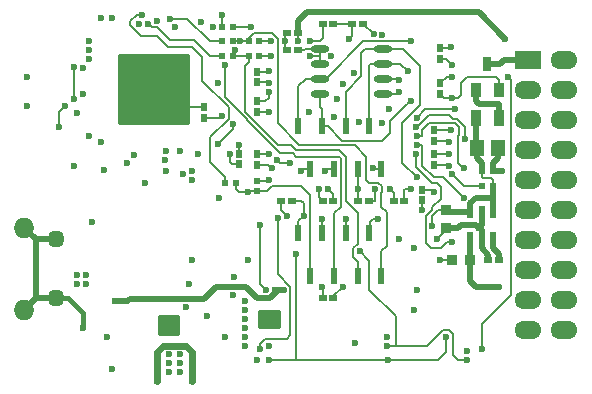
<source format=gbl>
G04 #@! TF.FileFunction,Copper,L4,Bot,Signal*
%FSLAX46Y46*%
G04 Gerber Fmt 4.6, Leading zero omitted, Abs format (unit mm)*
G04 Created by KiCad (PCBNEW (after 2015-mar-04 BZR unknown)-product) date Thu 09 Apr 2015 03:29:38 PM EDT*
%MOMM*%
G01*
G04 APERTURE LIST*
%ADD10C,0.100000*%
%ADD11C,0.800000*%
%ADD12R,2.286000X1.524000*%
%ADD13O,2.286000X1.524000*%
%ADD14O,1.750000X1.750000*%
%ADD15O,1.450000X1.450000*%
%ADD16R,0.600000X0.650000*%
%ADD17R,0.600000X0.600000*%
%ADD18R,0.650000X0.600000*%
%ADD19R,1.150000X1.450000*%
%ADD20R,0.900000X1.300000*%
%ADD21R,0.800000X1.300000*%
%ADD22O,1.550000X0.600000*%
%ADD23R,0.950000X1.450000*%
%ADD24R,0.600000X1.450000*%
%ADD25R,0.950000X0.900000*%
%ADD26R,0.600000X1.100000*%
%ADD27R,0.900000X0.950000*%
%ADD28C,0.600000*%
%ADD29C,0.250000*%
%ADD30C,0.500000*%
%ADD31C,0.200000*%
%ADD32C,0.600000*%
%ADD33C,0.400000*%
%ADD34C,0.254000*%
G04 APERTURE END LIST*
D10*
D11*
X110750000Y-96500000D03*
X110750000Y-93500000D03*
X113750000Y-93500000D03*
X113750000Y-96500000D03*
D12*
X143976000Y-92570000D03*
D13*
X143976000Y-95110000D03*
X143976000Y-97650000D03*
X143976000Y-100190000D03*
X143976000Y-102730000D03*
X143976000Y-105270000D03*
X143976000Y-107810000D03*
X143976000Y-110350000D03*
X143976000Y-112890000D03*
X143976000Y-115430000D03*
X147024000Y-92570000D03*
X147024000Y-95110000D03*
X147024000Y-97650000D03*
X147024000Y-100190000D03*
X147024000Y-102730000D03*
X147024000Y-105270000D03*
X147024000Y-107810000D03*
X147024000Y-110350000D03*
X147024000Y-112890000D03*
X147024000Y-115430000D03*
D14*
X101300000Y-106750000D03*
X101300000Y-113750000D03*
D15*
X104000000Y-107750000D03*
X104000000Y-112750000D03*
D16*
X116500000Y-97450000D03*
X116500000Y-96550000D03*
D17*
X140050000Y-103250000D03*
X140950000Y-103250000D03*
D16*
X136500000Y-92450000D03*
X136500000Y-91550000D03*
D18*
X124450000Y-91750000D03*
X123550000Y-91750000D03*
D16*
X135000000Y-103550000D03*
X135000000Y-104450000D03*
X121000000Y-96050000D03*
X121000000Y-96950000D03*
X121000000Y-94450000D03*
X121000000Y-93550000D03*
D18*
X126550000Y-104500000D03*
X127450000Y-104500000D03*
D16*
X121000000Y-100550000D03*
X121000000Y-101450000D03*
D18*
X123950000Y-104500000D03*
X123050000Y-104500000D03*
D16*
X136000000Y-100550000D03*
X136000000Y-101450000D03*
D18*
X132550000Y-104500000D03*
X133450000Y-104500000D03*
D19*
X139600000Y-100000000D03*
X141400000Y-100000000D03*
D20*
X141450000Y-95100000D03*
X139550000Y-95100000D03*
D21*
X140500000Y-92900000D03*
D17*
X121200000Y-92250000D03*
X120300000Y-92250000D03*
X121000000Y-102800000D03*
X121000000Y-103700000D03*
D22*
X131700000Y-91595000D03*
X131700000Y-92865000D03*
X131700000Y-94135000D03*
X131700000Y-95405000D03*
X126300000Y-95405000D03*
X126300000Y-94135000D03*
X126300000Y-92865000D03*
X126300000Y-91595000D03*
D17*
X140050000Y-102000000D03*
X140950000Y-102000000D03*
D23*
X141500000Y-97500000D03*
X139500000Y-97500000D03*
D17*
X118950000Y-91000000D03*
X118050000Y-91000000D03*
X119200000Y-103000000D03*
X118300000Y-103000000D03*
X118950000Y-89750000D03*
X118050000Y-89750000D03*
X118950000Y-92250000D03*
X118050000Y-92250000D03*
X120300000Y-91000000D03*
X121200000Y-91000000D03*
D24*
X124500000Y-107175000D03*
X125500000Y-110825000D03*
X126500000Y-107175000D03*
X127500000Y-110825000D03*
X128500000Y-107175000D03*
X129500000Y-110825000D03*
X130500000Y-107175000D03*
X131500000Y-110825000D03*
X124500000Y-98175000D03*
X125500000Y-101825000D03*
X126500000Y-98175000D03*
X127500000Y-101825000D03*
X128500000Y-98175000D03*
X129500000Y-101825000D03*
X130500000Y-98175000D03*
X131500000Y-101825000D03*
D16*
X136000000Y-99400000D03*
X136000000Y-98500000D03*
D18*
X129950000Y-89500000D03*
X129050000Y-89500000D03*
D16*
X119500000Y-100500000D03*
X119500000Y-101400000D03*
D18*
X130450000Y-104500000D03*
X129550000Y-104500000D03*
D16*
X136500000Y-94550000D03*
X136500000Y-95450000D03*
D18*
X126550000Y-89500000D03*
X127450000Y-89500000D03*
X124450000Y-90250000D03*
X123550000Y-90250000D03*
D25*
X137000000Y-105250000D03*
X137000000Y-106750000D03*
D18*
X141450000Y-109500000D03*
X140550000Y-109500000D03*
D26*
X139050000Y-105400000D03*
X140950000Y-105400000D03*
X140000000Y-105400000D03*
X140950000Y-107600000D03*
X139050000Y-107600000D03*
D27*
X139000000Y-109500000D03*
X137500000Y-109500000D03*
D18*
X127450000Y-112750000D03*
X126550000Y-112750000D03*
D28*
X122510003Y-112020019D03*
X123250000Y-112020019D03*
X110000000Y-113000000D03*
X109000000Y-113000000D03*
X117689990Y-94500000D03*
X127800000Y-95900000D03*
X125400000Y-97000000D03*
X131600000Y-97900000D03*
X129200000Y-93700000D03*
X126750000Y-102000000D03*
X127500000Y-97400000D03*
X128300000Y-94600000D03*
X132200000Y-96700000D03*
X129600000Y-97800000D03*
X122600000Y-114900000D03*
X122600000Y-114100000D03*
X121400000Y-114900000D03*
X121400000Y-114100000D03*
X114000000Y-115500000D03*
X113000000Y-115500000D03*
X114000000Y-114500000D03*
X113000000Y-114500000D03*
X120250000Y-109500002D03*
X131250000Y-106000000D03*
X134000000Y-103500000D03*
X135000000Y-105250000D03*
X137250000Y-101500000D03*
X128810020Y-90750000D03*
X127287506Y-92250000D03*
X123379989Y-91000000D03*
X122189990Y-91000000D03*
X122010010Y-93500000D03*
X122010010Y-97000000D03*
X118739998Y-100500000D03*
X137500000Y-95750000D03*
X127000000Y-103500000D03*
X129500000Y-103489990D03*
X137410010Y-91500000D03*
X123500000Y-105750000D03*
X126500000Y-106000000D03*
X128500000Y-106000000D03*
X137410026Y-98500000D03*
X116250000Y-89310010D03*
X107750000Y-99500000D03*
X110560010Y-100570233D03*
X114500000Y-96500000D03*
X115250000Y-111500000D03*
X108250000Y-116000010D03*
X108750000Y-118750000D03*
X115500000Y-109500000D03*
X105750000Y-111500000D03*
X105750000Y-110750000D03*
X106500000Y-111500000D03*
X106500000Y-110750000D03*
X108000000Y-101900000D03*
X116750000Y-114250000D03*
X115000000Y-113500000D03*
X107000000Y-106250000D03*
X106228782Y-95479231D03*
X105734764Y-97022280D03*
X105500000Y-101500000D03*
X108750000Y-89000000D03*
X106750000Y-92510005D03*
X101500000Y-94000000D03*
X101500000Y-96500000D03*
X132000000Y-115989997D03*
X133000000Y-107750000D03*
X136250000Y-107750000D03*
X136500000Y-109500000D03*
X134250000Y-113750000D03*
X134500000Y-112000000D03*
X117750000Y-104250000D03*
X133000000Y-95250000D03*
X111500000Y-103000000D03*
X122000000Y-116750000D03*
X120000000Y-113000000D03*
X120000000Y-113750000D03*
X120000000Y-114500000D03*
X120000000Y-115250000D03*
X120000000Y-116000000D03*
X120000000Y-116750000D03*
X121000000Y-118000000D03*
X139750000Y-106750000D03*
X141750000Y-102000000D03*
X129250000Y-116500000D03*
X126500000Y-111750000D03*
X122250000Y-101750000D03*
X138750000Y-117239997D03*
X130810020Y-101750000D03*
X114499111Y-100250444D03*
X113250132Y-100240065D03*
X116000000Y-100500000D03*
X113250000Y-102000000D03*
X114747947Y-102252053D03*
X115500000Y-102760003D03*
X137250000Y-100500000D03*
X132250000Y-103500000D03*
X136000000Y-103750000D03*
X137500000Y-93000000D03*
X131613316Y-90439991D03*
X125439990Y-92250000D03*
X122189990Y-92250000D03*
X122000444Y-94500889D03*
X122007963Y-100549926D03*
X121999556Y-102749111D03*
X124939990Y-105750000D03*
X124750000Y-102000000D03*
X111000000Y-89500000D03*
X110000000Y-101250000D03*
X117250000Y-89750000D03*
X112500000Y-117500000D03*
X112500000Y-118250000D03*
X112500000Y-119000000D03*
X115500000Y-118260010D03*
X115500000Y-119000000D03*
X106750000Y-91750002D03*
X134250000Y-108500000D03*
X107750000Y-89000000D03*
X133000000Y-94250000D03*
X106258319Y-93250554D03*
X128250000Y-111750000D03*
X118000000Y-97289980D03*
X113239998Y-101000000D03*
X112500000Y-119750000D03*
X115500000Y-119750000D03*
X106250000Y-115250000D03*
X106750000Y-99000000D03*
X114060005Y-89742922D03*
X106750000Y-90989987D03*
X115500000Y-102000000D03*
X134499210Y-99035805D03*
X138500000Y-101750000D03*
X134500000Y-97500000D03*
X137750000Y-96750000D03*
X134491773Y-98264782D03*
X138565776Y-99248084D03*
X137500000Y-108000000D03*
X134439980Y-100555807D03*
X121250000Y-117000000D03*
X122764130Y-105939996D03*
X122000000Y-118000000D03*
X132056868Y-117975000D03*
X137000000Y-116000000D03*
X124250000Y-109000000D03*
X105500000Y-95900000D03*
X105500000Y-93200000D03*
X104250000Y-98250000D03*
X104750000Y-96500000D03*
X131000000Y-103500000D03*
X137500000Y-94000000D03*
X125439990Y-90928005D03*
X114500000Y-117500000D03*
X114500000Y-118250000D03*
X114500000Y-119000000D03*
X119000000Y-112500000D03*
X119500000Y-99750000D03*
X137250000Y-99500000D03*
X130854566Y-90396396D03*
X121999994Y-95260890D03*
X126239997Y-103500000D03*
X113500000Y-117500000D03*
X113500000Y-118250000D03*
X113500000Y-119000000D03*
X119031245Y-110968755D03*
X118239980Y-115997386D03*
X121250000Y-106500000D03*
X121750000Y-112020019D03*
X117672568Y-99672568D03*
X118966042Y-97964506D03*
X123810020Y-101250000D03*
X122689990Y-101000000D03*
X119589990Y-91000000D03*
X120250000Y-103750000D03*
X120499551Y-89749102D03*
X118250000Y-93010018D03*
X119110019Y-91760022D03*
X134500000Y-102500000D03*
X134000000Y-96000000D03*
X133750000Y-93500000D03*
X134000000Y-91000000D03*
X135834502Y-106607492D03*
X137500000Y-102250000D03*
X140060010Y-117000000D03*
X142250000Y-94000000D03*
X134500050Y-99795806D03*
X138500000Y-104250000D03*
X132000000Y-116750000D03*
X129689990Y-108750000D03*
X138750000Y-118000000D03*
X113655396Y-89099575D03*
X111240115Y-88736115D03*
X118000000Y-88750000D03*
X112500000Y-89250000D03*
X111775988Y-89484015D03*
X124500000Y-90989998D03*
X142000000Y-90750000D03*
X141500000Y-111750000D03*
D29*
X122500000Y-112010016D02*
X122500000Y-112000000D01*
X122510003Y-112020019D02*
X122500000Y-112010016D01*
X123250000Y-112020019D02*
X123250000Y-112000000D01*
D30*
X123250000Y-112020019D02*
X122800802Y-112020019D01*
X110000000Y-113000000D02*
X109000000Y-113000000D01*
X122510003Y-112020019D02*
X122800802Y-112020019D01*
X110210001Y-112789999D02*
X110000000Y-113000000D01*
X116539999Y-112789999D02*
X110210001Y-112789999D01*
X117539999Y-111789999D02*
X116539999Y-112789999D01*
X120039999Y-111789999D02*
X117539999Y-111789999D01*
X120980020Y-112730020D02*
X120039999Y-111789999D01*
X122090801Y-112730020D02*
X120980020Y-112730020D01*
X122800802Y-112020019D02*
X122090801Y-112730020D01*
D31*
X127500000Y-101825000D02*
X126925000Y-101825000D01*
X126925000Y-101825000D02*
X126750000Y-102000000D01*
X133450000Y-104500000D02*
X133450000Y-103550000D01*
X133500000Y-103500000D02*
X134000000Y-103500000D01*
X133450000Y-103550000D02*
X133500000Y-103500000D01*
X135000000Y-105250000D02*
X135000000Y-104450000D01*
X137200000Y-101450000D02*
X137250000Y-101500000D01*
X136000000Y-101450000D02*
X137200000Y-101450000D01*
X129050000Y-89500000D02*
X127450000Y-89500000D01*
X129050000Y-90510020D02*
X128810020Y-90750000D01*
X129050000Y-89500000D02*
X129050000Y-90510020D01*
X123379989Y-91579989D02*
X123550000Y-91750000D01*
X123379989Y-91000000D02*
X123379989Y-91579989D01*
X123379989Y-90420011D02*
X123550000Y-90250000D01*
X123379989Y-91000000D02*
X123379989Y-90420011D01*
X121200000Y-91000000D02*
X122189990Y-91000000D01*
X121960010Y-93550000D02*
X122010010Y-93500000D01*
X121000000Y-93550000D02*
X121960010Y-93550000D01*
X121960010Y-96950000D02*
X122010010Y-97000000D01*
X121000000Y-96950000D02*
X121960010Y-96950000D01*
X118739998Y-100500000D02*
X118739998Y-101239998D01*
X118900000Y-101400000D02*
X119500000Y-101400000D01*
X118739998Y-101239998D02*
X118900000Y-101400000D01*
X136800000Y-95750000D02*
X137075736Y-95750000D01*
X136550000Y-95500000D02*
X136800000Y-95750000D01*
X137075736Y-95750000D02*
X137500000Y-95750000D01*
X127450000Y-103950000D02*
X127450000Y-104500000D01*
X127000000Y-103500000D02*
X127450000Y-103950000D01*
X129550000Y-103539990D02*
X129500000Y-103489990D01*
X129550000Y-104500000D02*
X129550000Y-103539990D01*
X137360010Y-91550000D02*
X137410010Y-91500000D01*
X136500000Y-91550000D02*
X137360010Y-91550000D01*
X123050000Y-105300000D02*
X123500000Y-105750000D01*
X123050000Y-104500000D02*
X123050000Y-105300000D01*
X126500000Y-107175000D02*
X126500000Y-106000000D01*
X128500000Y-107175000D02*
X128500000Y-106000000D01*
X130825736Y-106000000D02*
X130575736Y-106250000D01*
X131250000Y-106000000D02*
X130825736Y-106000000D01*
X130575736Y-107099264D02*
X130500000Y-107175000D01*
X130575736Y-106250000D02*
X130575736Y-107099264D01*
X129500000Y-101825000D02*
X129500000Y-103489990D01*
X136000000Y-98500000D02*
X137410026Y-98500000D01*
X116250000Y-89310010D02*
X116250000Y-89250000D01*
X114550000Y-96550000D02*
X114500000Y-96500000D01*
X116500000Y-96550000D02*
X114550000Y-96550000D01*
X106750000Y-92510005D02*
X106750000Y-92500000D01*
X132000000Y-115989997D02*
X132000000Y-116000000D01*
X137000000Y-107000000D02*
X136250000Y-107750000D01*
X137000000Y-106750000D02*
X137000000Y-107000000D01*
X137500000Y-109500000D02*
X136500000Y-109500000D01*
D30*
X138000000Y-106750000D02*
X137000000Y-106750000D01*
X138250000Y-106500000D02*
X138000000Y-106750000D01*
X140550000Y-109050000D02*
X140550000Y-109500000D01*
X140000000Y-108500000D02*
X140550000Y-109050000D01*
D31*
X132845000Y-95405000D02*
X133000000Y-95250000D01*
X131700000Y-95405000D02*
X132845000Y-95405000D01*
D30*
X141400000Y-100000000D02*
X141400000Y-100850000D01*
X140950000Y-101300000D02*
X140950000Y-102000000D01*
X141400000Y-100850000D02*
X140950000Y-101300000D01*
X140000000Y-106500000D02*
X139750000Y-106750000D01*
X140000000Y-105400000D02*
X140000000Y-106500000D01*
X139500000Y-106500000D02*
X139750000Y-106750000D01*
X138250000Y-106500000D02*
X139500000Y-106500000D01*
X140000000Y-107000000D02*
X139750000Y-106750000D01*
X140000000Y-108500000D02*
X140000000Y-107000000D01*
X140950000Y-102000000D02*
X141750000Y-102000000D01*
D31*
X141450000Y-94250000D02*
X141200000Y-94000000D01*
X141450000Y-95100000D02*
X141450000Y-94250000D01*
X141200000Y-94000000D02*
X138750000Y-94000000D01*
X138750000Y-94000000D02*
X138250000Y-94500000D01*
X138250000Y-94500000D02*
X138250000Y-95500000D01*
X138000000Y-95750000D02*
X137500000Y-95750000D01*
X138250000Y-95500000D02*
X138000000Y-95750000D01*
X126550000Y-111800000D02*
X126500000Y-111750000D01*
X126550000Y-112750000D02*
X126550000Y-111800000D01*
X121000000Y-101450000D02*
X121950001Y-101450001D01*
X121950001Y-101450001D02*
X122250000Y-101750000D01*
X130885020Y-101825000D02*
X130810020Y-101750000D01*
X131500000Y-101825000D02*
X130885020Y-101825000D01*
X137200000Y-100550000D02*
X137250000Y-100500000D01*
X136000000Y-100550000D02*
X137200000Y-100550000D01*
X132550000Y-103800000D02*
X132250000Y-103500000D01*
X132550000Y-104500000D02*
X132550000Y-103800000D01*
X135800000Y-103550000D02*
X136000000Y-103750000D01*
X135000000Y-103550000D02*
X135800000Y-103550000D01*
X136950000Y-92450000D02*
X137500000Y-93000000D01*
X136500000Y-92450000D02*
X136950000Y-92450000D01*
X124450000Y-91750000D02*
X125000000Y-91750000D01*
X125155000Y-91595000D02*
X126300000Y-91595000D01*
X125000000Y-91750000D02*
X125155000Y-91595000D01*
X125487702Y-92202288D02*
X125439990Y-92250000D01*
X126300000Y-92202288D02*
X125487702Y-92202288D01*
X126300000Y-92865000D02*
X126300000Y-92202288D01*
X126300000Y-92202288D02*
X126300000Y-91595000D01*
X121200000Y-92250000D02*
X122189990Y-92250000D01*
X121949555Y-94450000D02*
X122000444Y-94500889D01*
X121000000Y-94450000D02*
X121949555Y-94450000D01*
X121000074Y-100549926D02*
X121000000Y-100550000D01*
X122007963Y-100549926D02*
X121000074Y-100549926D01*
X121948667Y-102800000D02*
X121999556Y-102749111D01*
X121000000Y-102800000D02*
X121948667Y-102800000D01*
X124939990Y-105750000D02*
X124939990Y-104689990D01*
X124750000Y-104500000D02*
X123950000Y-104500000D01*
X124939990Y-104689990D02*
X124750000Y-104500000D01*
X124500000Y-106189990D02*
X124939990Y-105750000D01*
X124500000Y-107175000D02*
X124500000Y-106189990D01*
X124925000Y-101825000D02*
X124750000Y-102000000D01*
X125500000Y-101825000D02*
X124925000Y-101825000D01*
D32*
X112500000Y-119000000D02*
X112500000Y-117250000D01*
X113010001Y-116739999D02*
X114135199Y-116739999D01*
X112500000Y-117250000D02*
X113010001Y-116739999D01*
X114135199Y-116739999D02*
X114989999Y-116739999D01*
X115500000Y-117250000D02*
X115500000Y-118260010D01*
X114989999Y-116739999D02*
X115500000Y-117250000D01*
X115500000Y-118260010D02*
X115500000Y-119000000D01*
D31*
X132885000Y-94135000D02*
X133000000Y-94250000D01*
X131700000Y-94135000D02*
X132885000Y-94135000D01*
X127450000Y-112550000D02*
X128250000Y-111750000D01*
X127450000Y-112750000D02*
X127450000Y-112550000D01*
X116500000Y-97450000D02*
X117839980Y-97450000D01*
X117839980Y-97450000D02*
X118000000Y-97289980D01*
D32*
X112500000Y-119000000D02*
X112500000Y-119750000D01*
X115500000Y-119000000D02*
X115500000Y-119750000D01*
D33*
X106250000Y-115250000D02*
X106250000Y-114000000D01*
X105000000Y-112750000D02*
X104000000Y-112750000D01*
X106250000Y-114000000D02*
X105000000Y-112750000D01*
D30*
X102300000Y-112750000D02*
X101300000Y-113750000D01*
X104000000Y-112750000D02*
X102300000Y-112750000D01*
X102300000Y-107750000D02*
X101300000Y-106750000D01*
X104000000Y-107750000D02*
X102300000Y-107750000D01*
X102300000Y-107750000D02*
X102300000Y-112750000D01*
D31*
X138005775Y-98979283D02*
X138005775Y-101255775D01*
X137439999Y-97939999D02*
X137768801Y-97939999D01*
X135585001Y-97914999D02*
X137414999Y-97914999D01*
X138060006Y-98925052D02*
X138005775Y-98979283D01*
X137414999Y-97914999D02*
X137439999Y-97939999D01*
X137768801Y-97939999D02*
X138060006Y-98231204D01*
X134499210Y-99035805D02*
X134923474Y-99035805D01*
X138005775Y-101255775D02*
X138200001Y-101450001D01*
X135000000Y-98959279D02*
X135000000Y-98500000D01*
X138200001Y-101450001D02*
X138500000Y-101750000D01*
X134923474Y-99035805D02*
X135000000Y-98959279D01*
X138060006Y-98231204D02*
X138060006Y-98925052D01*
X135000000Y-98500000D02*
X135585001Y-97914999D01*
X135250000Y-96750000D02*
X137750000Y-96750000D01*
X134500000Y-97500000D02*
X135250000Y-96750000D01*
X138565776Y-98227843D02*
X138565776Y-98823820D01*
X138565776Y-98823820D02*
X138565776Y-99248084D01*
X137917922Y-97579989D02*
X138565776Y-98227843D01*
X137589120Y-97579989D02*
X137917922Y-97579989D01*
X137259131Y-97250000D02*
X137589120Y-97579989D01*
X135578802Y-97250000D02*
X137259131Y-97250000D01*
X134564020Y-98264782D02*
X135578802Y-97250000D01*
X134491773Y-98264782D02*
X134564020Y-98264782D01*
X134439980Y-100555807D02*
X134439980Y-101611178D01*
X134439980Y-101611178D02*
X135828802Y-103000000D01*
X135828802Y-103000000D02*
X136250000Y-103000000D01*
X136250000Y-103000000D02*
X136560001Y-103310001D01*
X136560001Y-104296997D02*
X135828802Y-105028196D01*
X136560001Y-103310001D02*
X136560001Y-104296997D01*
X135828802Y-105028196D02*
X135828802Y-105237067D01*
X135274501Y-105791368D02*
X135274501Y-108024501D01*
X135828802Y-105237067D02*
X135274501Y-105791368D01*
X135274501Y-108024501D02*
X135750000Y-108500000D01*
X135750000Y-108500000D02*
X136575736Y-108500000D01*
X136575736Y-108500000D02*
X137075736Y-108000000D01*
X137075736Y-108000000D02*
X137500000Y-108000000D01*
X122764130Y-105939996D02*
X122764130Y-110705347D01*
X122764130Y-110705347D02*
X123810001Y-111751218D01*
X123810001Y-115889999D02*
X123510001Y-116189999D01*
X121250000Y-116575736D02*
X121250000Y-117000000D01*
X123810001Y-111751218D02*
X123810001Y-115889999D01*
X123510001Y-116189999D02*
X121635737Y-116189999D01*
X121635737Y-116189999D02*
X121250000Y-116575736D01*
X132031868Y-118000000D02*
X132056868Y-117975000D01*
X132056868Y-117975000D02*
X136275000Y-117975000D01*
X137000000Y-117250000D02*
X137000000Y-116000000D01*
X136275000Y-117975000D02*
X137000000Y-117250000D01*
X124250000Y-117999815D02*
X124249815Y-118000000D01*
X124250000Y-109000000D02*
X124250000Y-117999815D01*
X124249815Y-118000000D02*
X132031868Y-118000000D01*
X122000000Y-118000000D02*
X124249815Y-118000000D01*
X105500000Y-95900000D02*
X105500000Y-93200000D01*
X104250000Y-97000000D02*
X104750000Y-96500000D01*
X104250000Y-98250000D02*
X104250000Y-97000000D01*
X130975000Y-104500000D02*
X130450000Y-104500000D01*
X131000000Y-104475000D02*
X130975000Y-104500000D01*
X131000000Y-103500000D02*
X131000000Y-104475000D01*
X137050000Y-94000000D02*
X136500000Y-94550000D01*
X137500000Y-94000000D02*
X137050000Y-94000000D01*
X125439990Y-90928005D02*
X126321995Y-90928005D01*
X126550000Y-90700000D02*
X126550000Y-89500000D01*
X126321995Y-90928005D02*
X126550000Y-90700000D01*
X119500000Y-100500000D02*
X119500000Y-99750000D01*
X137150000Y-99400000D02*
X137250000Y-99500000D01*
X136000000Y-99400000D02*
X137150000Y-99400000D01*
X129950000Y-89500000D02*
X129975000Y-89500000D01*
X130854566Y-90379566D02*
X130854566Y-90396396D01*
X129975000Y-89500000D02*
X130854566Y-90379566D01*
X121999994Y-95260890D02*
X121999994Y-95750006D01*
X121700000Y-96050000D02*
X121000000Y-96050000D01*
X121999994Y-95750006D02*
X121700000Y-96050000D01*
X126239997Y-104189997D02*
X126239997Y-103500000D01*
X126550000Y-104500000D02*
X126239997Y-104189997D01*
X121250000Y-111520019D02*
X121750000Y-112020019D01*
X121250000Y-106500000D02*
X121250000Y-111520019D01*
X117672568Y-99672568D02*
X118966042Y-98379094D01*
X118966042Y-98379094D02*
X118966042Y-97964506D01*
X122939990Y-101250000D02*
X122689990Y-101000000D01*
X123810020Y-101250000D02*
X122939990Y-101250000D01*
X118950000Y-91000000D02*
X119589990Y-91000000D01*
X120300000Y-91000000D02*
X119589990Y-91000000D01*
X131964999Y-105464999D02*
X131964999Y-108285001D01*
X131500000Y-105000000D02*
X131964999Y-105464999D01*
X131560001Y-103768801D02*
X131500000Y-103828802D01*
X131268801Y-102939999D02*
X131560001Y-103231199D01*
X130250000Y-102749254D02*
X130440745Y-102939999D01*
X131500000Y-108750000D02*
X131500000Y-110825000D01*
X129250000Y-99750000D02*
X130250000Y-100750000D01*
X131560001Y-103231199D02*
X131560001Y-103768801D01*
X124581998Y-99750000D02*
X129250000Y-99750000D01*
X131500000Y-103828802D02*
X131500000Y-105000000D01*
X122750000Y-97918002D02*
X124581998Y-99750000D01*
X130440745Y-102939999D02*
X131268801Y-102939999D01*
X122250000Y-90250000D02*
X122750000Y-90750000D01*
X122750000Y-90750000D02*
X122750000Y-97918002D01*
X120300000Y-90700000D02*
X120750000Y-90250000D01*
X120300000Y-91000000D02*
X120300000Y-90700000D01*
X131964999Y-108285001D02*
X131500000Y-108750000D01*
X130250000Y-100750000D02*
X130250000Y-102749254D01*
X120750000Y-90250000D02*
X122250000Y-90250000D01*
X125500000Y-110825000D02*
X125500000Y-104000000D01*
X125500000Y-104000000D02*
X124750000Y-103250000D01*
X124750000Y-103250000D02*
X122250000Y-103250000D01*
X121800000Y-103700000D02*
X121000000Y-103700000D01*
X122250000Y-103250000D02*
X121800000Y-103700000D01*
X120300000Y-103700000D02*
X120250000Y-103750000D01*
X121000000Y-103700000D02*
X120300000Y-103700000D01*
X119200000Y-103500000D02*
X119200000Y-103000000D01*
X119450000Y-103750000D02*
X119200000Y-103500000D01*
X120250000Y-103750000D02*
X119450000Y-103750000D01*
X118950000Y-89750000D02*
X120498653Y-89750000D01*
X120498653Y-89750000D02*
X120499551Y-89749102D01*
X122939999Y-100439999D02*
X120110010Y-97610010D01*
X124018801Y-100439999D02*
X122939999Y-100439999D01*
X124328802Y-100750000D02*
X124018801Y-100439999D01*
X118250000Y-93434282D02*
X118250000Y-93010018D01*
X128060001Y-100891999D02*
X127918002Y-100750000D01*
X128060001Y-104983001D02*
X128060001Y-100891999D01*
X127918002Y-100750000D02*
X124328802Y-100750000D01*
X127500000Y-105543002D02*
X128060001Y-104983001D01*
X118250000Y-95740869D02*
X118250000Y-93434282D01*
X120110010Y-97600879D02*
X118250000Y-95740869D01*
X120110010Y-97610010D02*
X120110010Y-97600879D01*
X127500000Y-110825000D02*
X127500000Y-105543002D01*
X129500000Y-110825000D02*
X129500000Y-109638812D01*
X124307953Y-100220020D02*
X123837933Y-99750000D01*
X129500000Y-109638812D02*
X129129989Y-109268801D01*
X128500000Y-104543002D02*
X128500000Y-100750000D01*
X123837933Y-99750000D02*
X122759130Y-99750000D01*
X129129989Y-109268801D02*
X129129989Y-108481199D01*
X129129989Y-108481199D02*
X129500000Y-108111188D01*
X129500000Y-108111188D02*
X129500000Y-105543002D01*
X129500000Y-105543002D02*
X128500000Y-104543002D01*
X128500000Y-100750000D02*
X127970020Y-100220020D01*
X127970020Y-100220020D02*
X124307953Y-100220020D01*
X122759130Y-99750000D02*
X120470020Y-97460890D01*
X120470020Y-97460890D02*
X120470020Y-97451758D01*
X120470020Y-97451758D02*
X120000000Y-96981739D01*
X120000000Y-96981739D02*
X120000000Y-94255100D01*
X120000000Y-93050000D02*
X120300000Y-92750000D01*
X120300000Y-92750000D02*
X120300000Y-92250000D01*
X120000000Y-94255100D02*
X120000000Y-93050000D01*
X120000000Y-94543002D02*
X120000000Y-94255100D01*
X118950000Y-92250000D02*
X119666877Y-92250000D01*
X119666877Y-92250000D02*
X119489978Y-92250000D01*
X120300000Y-92250000D02*
X119666877Y-92250000D01*
X119044305Y-92250000D02*
X119110019Y-92184286D01*
X118950000Y-92250000D02*
X119044305Y-92250000D01*
X119110019Y-92184286D02*
X119110019Y-91760022D01*
X133250000Y-97921302D02*
X133250000Y-101250000D01*
X134799999Y-96371303D02*
X133250000Y-97921302D01*
X133250000Y-101250000D02*
X134500000Y-102500000D01*
X134799999Y-93049999D02*
X134799999Y-96371303D01*
X133345000Y-91595000D02*
X134799999Y-93049999D01*
X131700000Y-91595000D02*
X133345000Y-91595000D01*
X130155000Y-91595000D02*
X131700000Y-91595000D01*
X129800000Y-91950000D02*
X130155000Y-91595000D01*
X129800000Y-93950000D02*
X129800000Y-91950000D01*
X128500000Y-95250000D02*
X129800000Y-93950000D01*
X128500000Y-98175000D02*
X128500000Y-95250000D01*
X126500000Y-98175000D02*
X126500000Y-98600000D01*
X126300000Y-95405000D02*
X126300000Y-96550000D01*
X126500000Y-96750000D02*
X126500000Y-98175000D01*
X126300000Y-96550000D02*
X126500000Y-96750000D01*
X126500000Y-98175000D02*
X127000000Y-98175000D01*
X127000000Y-98175000D02*
X128214990Y-99389990D01*
X128214990Y-99389990D02*
X131610010Y-99389990D01*
X133700001Y-96299999D02*
X134000000Y-96000000D01*
X131610010Y-99389990D02*
X132250000Y-98750000D01*
X132250000Y-98750000D02*
X132250000Y-97750000D01*
X132250000Y-97750000D02*
X133700001Y-96299999D01*
X130500000Y-98175000D02*
X130500000Y-93000000D01*
X130635000Y-92865000D02*
X131700000Y-92865000D01*
X130500000Y-93000000D02*
X130635000Y-92865000D01*
X133115000Y-92865000D02*
X133750000Y-93500000D01*
X131700000Y-92865000D02*
X133115000Y-92865000D01*
X124500000Y-98175000D02*
X124500000Y-94750000D01*
X125115000Y-94135000D02*
X126300000Y-94135000D01*
X124500000Y-94750000D02*
X125115000Y-94135000D01*
X133575736Y-91000000D02*
X134000000Y-91000000D01*
X130000000Y-91000000D02*
X133575736Y-91000000D01*
X126865000Y-94135000D02*
X130000000Y-91000000D01*
X126300000Y-94135000D02*
X126865000Y-94135000D01*
X135834502Y-106607492D02*
X135834502Y-105915498D01*
X135834502Y-105740498D02*
X135834502Y-105915498D01*
X136325000Y-105250000D02*
X135834502Y-105740498D01*
X137000000Y-105250000D02*
X136325000Y-105250000D01*
D30*
X139500000Y-99900000D02*
X139600000Y-100000000D01*
X139500000Y-97500000D02*
X139500000Y-99900000D01*
X140050000Y-102000000D02*
X140050000Y-101300000D01*
X139600000Y-100850000D02*
X139600000Y-100000000D01*
X140050000Y-101300000D02*
X139600000Y-100850000D01*
X140250000Y-104250000D02*
X140750000Y-104250000D01*
X140950000Y-104450000D02*
X140950000Y-105400000D01*
X140750000Y-104250000D02*
X140950000Y-104450000D01*
X140250000Y-104250000D02*
X139500000Y-104250000D01*
X139050000Y-104700000D02*
X139050000Y-105400000D01*
X139500000Y-104250000D02*
X139050000Y-104700000D01*
X137150000Y-105400000D02*
X137000000Y-105250000D01*
X139050000Y-105400000D02*
X137150000Y-105400000D01*
X140950000Y-104450000D02*
X140950000Y-103250000D01*
D31*
X140950000Y-102700000D02*
X140950000Y-103250000D01*
X140810001Y-102560001D02*
X140950000Y-102700000D01*
X140110001Y-102560001D02*
X140810001Y-102560001D01*
X140050000Y-102500000D02*
X140110001Y-102560001D01*
X140050000Y-102000000D02*
X140050000Y-102500000D01*
D30*
X140500000Y-92900000D02*
X141600000Y-92900000D01*
X141930000Y-92570000D02*
X144230000Y-92570000D01*
X141600000Y-92900000D02*
X141930000Y-92570000D01*
X141500000Y-96275000D02*
X141500000Y-97500000D01*
X141475000Y-96250000D02*
X141500000Y-96275000D01*
X139750000Y-96250000D02*
X141475000Y-96250000D01*
X139550000Y-96050000D02*
X139750000Y-96250000D01*
X139550000Y-95100000D02*
X139550000Y-96050000D01*
D31*
X138500000Y-103250000D02*
X137500000Y-102250000D01*
X140050000Y-103250000D02*
X138500000Y-103250000D01*
X142500000Y-94250000D02*
X142250000Y-94000000D01*
X142500000Y-112500000D02*
X142500000Y-94250000D01*
X140060010Y-114939990D02*
X142500000Y-112500000D01*
X140060010Y-117000000D02*
X140060010Y-114939990D01*
X136750000Y-102500000D02*
X138500000Y-104250000D01*
X135000000Y-101543002D02*
X135956998Y-102500000D01*
X135000000Y-99871492D02*
X135000000Y-101543002D01*
X134924314Y-99795806D02*
X135000000Y-99871492D01*
X135956998Y-102500000D02*
X136750000Y-102500000D01*
X134500050Y-99795806D02*
X134924314Y-99795806D01*
X137268801Y-115439999D02*
X137560001Y-115731199D01*
X136731199Y-115439999D02*
X137268801Y-115439999D01*
X135421198Y-116750000D02*
X136731199Y-115439999D01*
X132000000Y-116750000D02*
X132424264Y-116750000D01*
X137560001Y-115731199D02*
X137560001Y-117560001D01*
X137560001Y-117560001D02*
X138000000Y-118000000D01*
X138000000Y-118000000D02*
X138750000Y-118000000D01*
X132750000Y-114250000D02*
X132750000Y-116746329D01*
X130500000Y-112000000D02*
X132750000Y-114250000D01*
X130500000Y-109560010D02*
X130500000Y-112000000D01*
X129689990Y-108750000D02*
X130500000Y-109560010D01*
X132750000Y-116746329D02*
X132746329Y-116750000D01*
X132746329Y-116750000D02*
X135421198Y-116750000D01*
X132000000Y-116750000D02*
X132746329Y-116750000D01*
X113655396Y-89099575D02*
X115099575Y-89099575D01*
X117000000Y-91000000D02*
X118050000Y-91000000D01*
X115099575Y-89099575D02*
X117000000Y-91000000D01*
X116349730Y-94349730D02*
X118578481Y-96578481D01*
X115458544Y-91458544D02*
X116349730Y-92349730D01*
X116349730Y-92349730D02*
X116349730Y-94349730D01*
X112500000Y-90500000D02*
X113458544Y-91458544D01*
X113458544Y-91458544D02*
X115458544Y-91458544D01*
X117000000Y-99101746D02*
X117000000Y-101200000D01*
X118300000Y-102500000D02*
X118300000Y-103000000D01*
X118578481Y-97523265D02*
X117000000Y-99101746D01*
X117000000Y-101200000D02*
X118300000Y-102500000D01*
X118578481Y-96578481D02*
X118578481Y-97523265D01*
X111171198Y-90500000D02*
X112500000Y-90500000D01*
X110250000Y-89578802D02*
X111171198Y-90500000D01*
X110250000Y-89301966D02*
X110250000Y-89578802D01*
X110815851Y-88736115D02*
X110250000Y-89301966D01*
X111240115Y-88736115D02*
X110815851Y-88736115D01*
X118050000Y-88800000D02*
X118000000Y-88750000D01*
X118050000Y-89750000D02*
X118050000Y-88800000D01*
X111775988Y-89484015D02*
X112101974Y-89810001D01*
X112101974Y-89810001D02*
X112526238Y-89810001D01*
X115661244Y-90881764D02*
X117029480Y-92250000D01*
X112526238Y-89810001D02*
X113598001Y-90881764D01*
X113598001Y-90881764D02*
X115661244Y-90881764D01*
X117029480Y-92250000D02*
X118050000Y-92250000D01*
D30*
X124450000Y-90250000D02*
X124450000Y-89300000D01*
X124450000Y-89300000D02*
X125250000Y-88500000D01*
X125250000Y-88500000D02*
X139750000Y-88500000D01*
X139750000Y-88500000D02*
X142000000Y-90750000D01*
D31*
X124500000Y-90300000D02*
X124450000Y-90250000D01*
X124500000Y-90989998D02*
X124500000Y-90300000D01*
D30*
X139000000Y-107650000D02*
X139050000Y-107600000D01*
X139000000Y-109500000D02*
X139000000Y-107650000D01*
X139000000Y-109500000D02*
X139000000Y-111250000D01*
X139500000Y-111750000D02*
X141500000Y-111750000D01*
X139000000Y-111250000D02*
X139500000Y-111750000D01*
X141450000Y-109500000D02*
X141450000Y-108950000D01*
X140950000Y-108450000D02*
X140950000Y-107600000D01*
X141450000Y-108950000D02*
X140950000Y-108450000D01*
D34*
G36*
X114273000Y-115773000D02*
X112727000Y-115773000D01*
X112727000Y-114227000D01*
X114273000Y-114227000D01*
X114273000Y-115773000D01*
X114273000Y-115773000D01*
G37*
X114273000Y-115773000D02*
X112727000Y-115773000D01*
X112727000Y-114227000D01*
X114273000Y-114227000D01*
X114273000Y-115773000D01*
G36*
X115173000Y-97873000D02*
X109327000Y-97873000D01*
X109327000Y-92127000D01*
X115173000Y-92127000D01*
X115173000Y-97873000D01*
X115173000Y-97873000D01*
G37*
X115173000Y-97873000D02*
X109327000Y-97873000D01*
X109327000Y-92127000D01*
X115173000Y-92127000D01*
X115173000Y-97873000D01*
G36*
X122873000Y-115173000D02*
X121127000Y-115173000D01*
X121127000Y-113827000D01*
X122873000Y-113827000D01*
X122873000Y-115173000D01*
X122873000Y-115173000D01*
G37*
X122873000Y-115173000D02*
X121127000Y-115173000D01*
X121127000Y-113827000D01*
X122873000Y-113827000D01*
X122873000Y-115173000D01*
M02*

</source>
